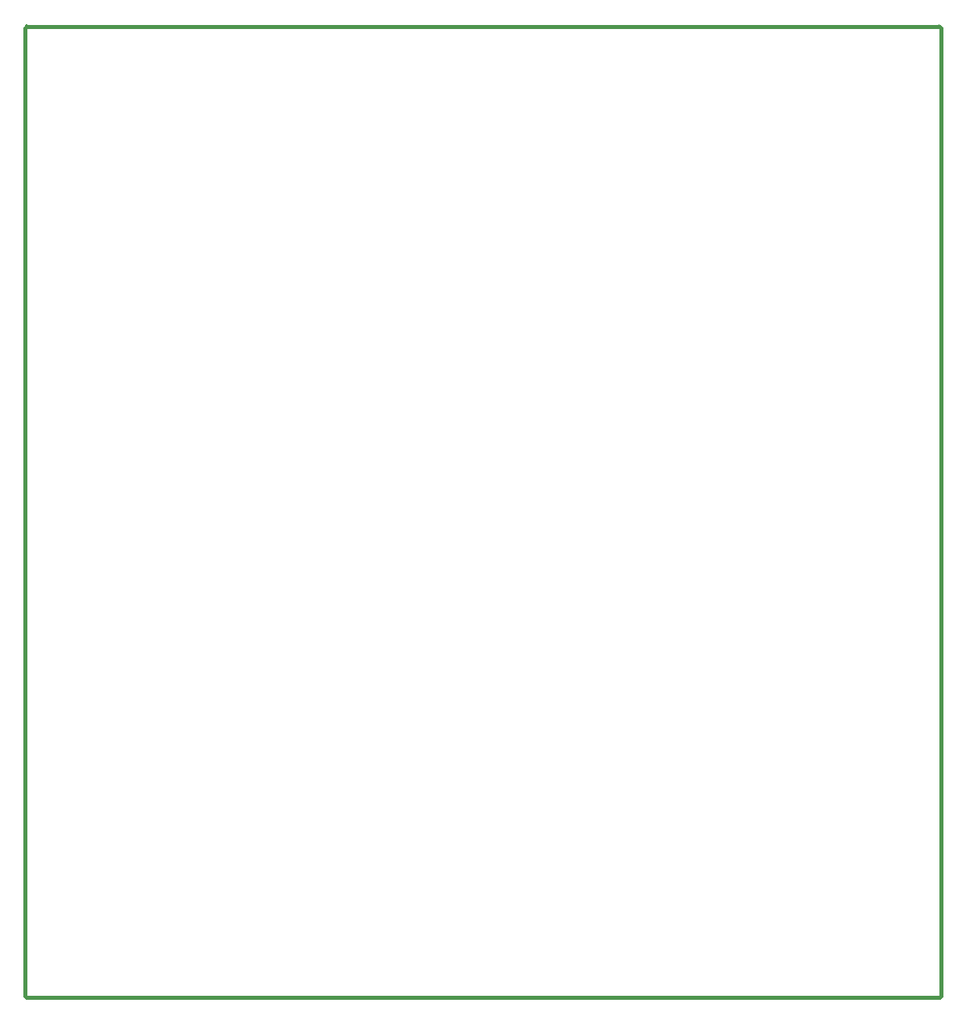
<source format=gko>
G04*
G04 #@! TF.GenerationSoftware,Altium Limited,Altium Designer,21.6.1 (37)*
G04*
G04 Layer_Color=16711935*
%FSLAX25Y25*%
%MOIN*%
G70*
G04*
G04 #@! TF.SameCoordinates,3883BF2F-BC99-4846-9409-8211DB2FD588*
G04*
G04*
G04 #@! TF.FilePolarity,Positive*
G04*
G01*
G75*
%ADD62C,0.01600*%
D62*
X378300Y400000D02*
G03*
X377500Y400800I-800J0D01*
G01*
X378300Y400000D02*
G03*
X377500Y400800I-800J0D01*
G01*
Y-800D02*
G03*
X378300Y0I0J800D01*
G01*
X377500Y-800D02*
G03*
X378300Y0I0J800D01*
G01*
X0Y400800D02*
G03*
X-800Y400000I0J-800D01*
G01*
X0Y400800D02*
G03*
X-800Y400000I0J-800D01*
G01*
Y0D02*
G03*
X0Y-800I800J0D01*
G01*
X-800Y0D02*
G03*
X0Y-800I800J0D01*
G01*
X378300Y0D02*
Y400000D01*
X0Y400800D02*
X377500D01*
X0Y-800D02*
X377500D01*
X-800Y0D02*
Y400000D01*
M02*

</source>
